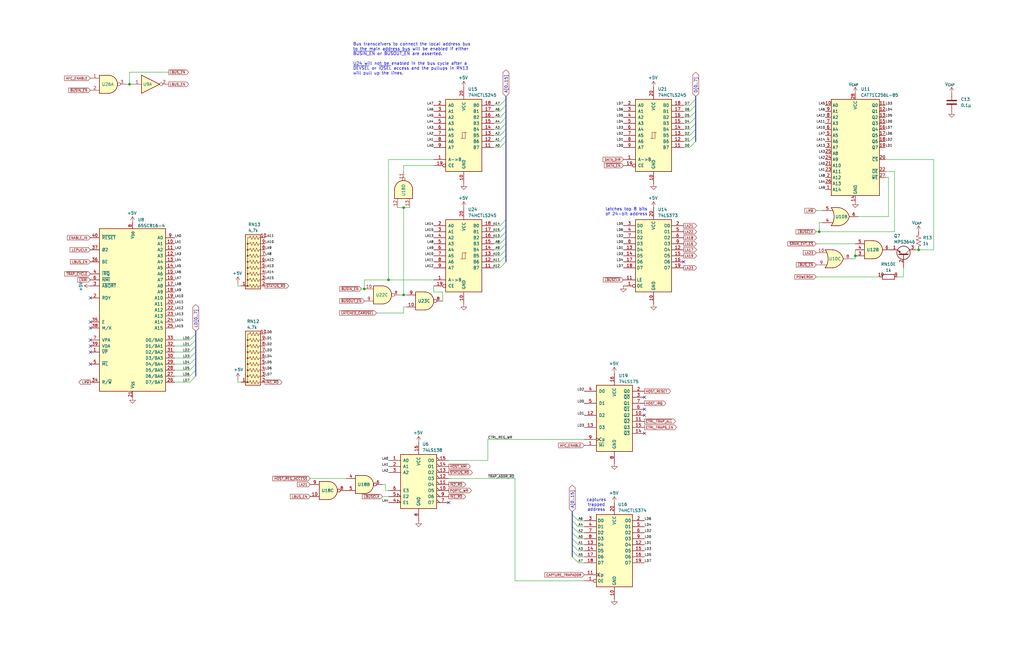
<source format=kicad_sch>
(kicad_sch (version 20231120) (generator "eeschema") (generator_version "8.0")
  (paper "USLedger")
  (title_block (title "Adaptive Peripherals G32 Adaptive Firmware Card") (date "2024-04-02") (rev "D") (comment 2 "captured by Mark Aikens") (comment 3 "by Adaptive Peripherals") (comment 4 "G32 Adaptive Firmware Card"))
  (junction (at 387.35 105.41))
  (junction (at 170.18 87.63))
  (junction (at 170.18 124.46))
  (junction (at 345.44 97.79))
  (junction (at 360.68 107.95))
  (junction (at 153.67 121.92))
  (junction (at 163.83 118.11))
  (junction (at 54.61 35.56))
  (no_connect (at 288.29 110.49))
  (no_connect (at 38.1 153.67))
  (no_connect (at 38.1 125.73))
  (no_connect (at 38.1 135.89))
  (no_connect (at 38.1 148.59))
  (no_connect (at 271.78 182.88))
  (no_connect (at 271.78 167.64))
  (no_connect (at 38.1 143.51))
  (no_connect (at 38.1 138.43))
  (no_connect (at 271.78 172.72))
  (no_connect (at 189.23 212.09))
  (no_connect (at 271.78 175.26))
  (no_connect (at 38.1 146.05))
  (bus_entry (at 82.55 140.97) (size -2.54 2.54))
  (bus_entry (at 293.37 41.91) (size -2.54 2.54))
  (bus_entry (at 293.37 54.61) (size -2.54 2.54))
  (bus_entry (at 293.37 46.99) (size -2.54 2.54))
  (bus_entry (at 213.36 59.69) (size -2.54 2.54))
  (bus_entry (at 241.3 224.79) (size 2.54 2.54))
  (bus_entry (at 213.36 107.95) (size -2.54 2.54))
  (bus_entry (at 213.36 41.91) (size -2.54 2.54))
  (bus_entry (at 82.55 143.51) (size -2.54 2.54))
  (bus_entry (at 241.3 227.33) (size 2.54 2.54))
  (bus_entry (at 213.36 95.25) (size -2.54 2.54))
  (bus_entry (at 241.3 234.95) (size 2.54 2.54))
  (bus_entry (at 82.55 146.05) (size -2.54 2.54))
  (bus_entry (at 82.55 153.67) (size -2.54 2.54))
  (bus_entry (at 213.36 92.71) (size -2.54 2.54))
  (bus_entry (at 293.37 44.45) (size -2.54 2.54))
  (bus_entry (at 293.37 59.69) (size -2.54 2.54))
  (bus_entry (at 213.36 46.99) (size -2.54 2.54))
  (bus_entry (at 82.55 148.59) (size -2.54 2.54))
  (bus_entry (at 241.3 217.17) (size 2.54 2.54))
  (bus_entry (at 241.3 222.25) (size 2.54 2.54))
  (bus_entry (at 213.36 102.87) (size -2.54 2.54))
  (bus_entry (at 213.36 54.61) (size -2.54 2.54))
  (bus_entry (at 293.37 52.07) (size -2.54 2.54))
  (bus_entry (at 241.3 232.41) (size 2.54 2.54))
  (bus_entry (at 241.3 229.87) (size 2.54 2.54))
  (bus_entry (at 82.55 158.75) (size -2.54 2.54))
  (bus_entry (at 213.36 52.07) (size -2.54 2.54))
  (bus_entry (at 213.36 100.33) (size -2.54 2.54))
  (bus_entry (at 213.36 57.15) (size -2.54 2.54))
  (bus_entry (at 213.36 97.79) (size -2.54 2.54))
  (bus_entry (at 213.36 44.45) (size -2.54 2.54))
  (bus_entry (at 293.37 49.53) (size -2.54 2.54))
  (bus_entry (at 293.37 57.15) (size -2.54 2.54))
  (bus_entry (at 82.55 156.21) (size -2.54 2.54))
  (bus_entry (at 82.55 151.13) (size -2.54 2.54))
  (bus_entry (at 213.36 110.49) (size -2.54 2.54))
  (bus_entry (at 213.36 105.41) (size -2.54 2.54))
  (bus_entry (at 241.3 219.71) (size 2.54 2.54))
  (bus_entry (at 213.36 49.53) (size -2.54 2.54))
  (bus (pts (xy 241.3 215.9) (xy 241.3 217.17)))
  (bus (pts (xy 82.55 153.67) (xy 82.55 156.21)))
  (wire (pts (xy 377.19 97.79) (xy 377.19 72.39)))
  (bus (pts (xy 293.37 49.53) (xy 293.37 52.07)))
  (bus (pts (xy 293.37 40.64) (xy 293.37 41.91)))
  (bus (pts (xy 213.36 40.64) (xy 213.36 41.91)))
  (wire (pts (xy 210.82 110.49) (xy 208.28 110.49)))
  (wire (pts (xy 288.29 57.15) (xy 290.83 57.15)))
  (bus (pts (xy 82.55 143.51) (xy 82.55 146.05)))
  (wire (pts (xy 381 113.03) (xy 381 116.84)))
  (wire (pts (xy 360.68 109.22) (xy 360.68 107.95)))
  (wire (pts (xy 100.33 161.29) (xy 101.6 161.29)))
  (wire (pts (xy 344.17 97.79) (xy 345.44 97.79)))
  (wire (pts (xy 217.17 245.11) (xy 246.38 245.11)))
  (bus (pts (xy 293.37 49.53) (xy 293.37 46.99)))
  (wire (pts (xy 210.82 107.95) (xy 208.28 107.95)))
  (wire (pts (xy 210.82 46.99) (xy 208.28 46.99)))
  (wire (pts (xy 243.84 227.33) (xy 246.38 227.33)))
  (wire (pts (xy 344.17 116.84) (xy 370.84 116.84)))
  (bus (pts (xy 82.55 140.97) (xy 82.55 143.51)))
  (bus (pts (xy 241.3 217.17) (xy 241.3 219.71)))
  (wire (pts (xy 210.82 97.79) (xy 208.28 97.79)))
  (bus (pts (xy 241.3 222.25) (xy 241.3 224.79)))
  (wire (pts (xy 162.56 204.47) (xy 162.56 207.01)))
  (wire (pts (xy 288.29 54.61) (xy 290.83 54.61)))
  (wire (pts (xy 158.75 132.08) (xy 170.18 132.08)))
  (bus (pts (xy 213.36 41.91) (xy 213.36 44.45)))
  (bus (pts (xy 213.36 95.25) (xy 213.36 97.79)))
  (wire (pts (xy 73.66 161.29) (xy 80.01 161.29)))
  (wire (pts (xy 217.17 201.93) (xy 217.17 245.11)))
  (wire (pts (xy 288.29 62.23) (xy 290.83 62.23)))
  (wire (pts (xy 387.35 105.41) (xy 386.08 105.41)))
  (bus (pts (xy 213.36 97.79) (xy 213.36 100.33)))
  (bus (pts (xy 213.36 49.53) (xy 213.36 52.07)))
  (wire (pts (xy 210.82 62.23) (xy 208.28 62.23)))
  (wire (pts (xy 182.88 67.31) (xy 163.83 67.31)))
  (wire (pts (xy 393.7 67.31) (xy 373.38 67.31)))
  (bus (pts (xy 293.37 57.15) (xy 293.37 59.69)))
  (wire (pts (xy 205.74 194.31) (xy 205.74 185.42)))
  (wire (pts (xy 161.29 204.47) (xy 162.56 204.47)))
  (wire (pts (xy 210.82 95.25) (xy 208.28 95.25)))
  (wire (pts (xy 360.68 109.22) (xy 359.41 109.22)))
  (bus (pts (xy 82.55 151.13) (xy 82.55 153.67)))
  (wire (pts (xy 170.18 129.54) (xy 171.45 129.54)))
  (wire (pts (xy 393.7 67.31) (xy 393.7 105.41)))
  (wire (pts (xy 71.12 30.48) (xy 54.61 30.48)))
  (bus (pts (xy 213.36 107.95) (xy 213.36 110.49)))
  (wire (pts (xy 373.38 74.93) (xy 374.65 74.93)))
  (wire (pts (xy 73.66 148.59) (xy 80.01 148.59)))
  (wire (pts (xy 345.44 93.98) (xy 346.71 93.98)))
  (wire (pts (xy 210.82 100.33) (xy 208.28 100.33)))
  (wire (pts (xy 55.88 35.56) (xy 54.61 35.56)))
  (wire (pts (xy 182.88 69.85) (xy 170.18 69.85)))
  (wire (pts (xy 189.23 201.93) (xy 217.17 201.93)))
  (wire (pts (xy 243.84 224.79) (xy 246.38 224.79)))
  (wire (pts (xy 54.61 35.56) (xy 53.34 35.56)))
  (bus (pts (xy 293.37 52.07) (xy 293.37 54.61)))
  (wire (pts (xy 163.83 67.31) (xy 163.83 118.11)))
  (wire (pts (xy 73.66 146.05) (xy 80.01 146.05)))
  (wire (pts (xy 210.82 102.87) (xy 208.28 102.87)))
  (wire (pts (xy 163.83 118.11) (xy 182.88 118.11)))
  (wire (pts (xy 170.18 87.63) (xy 170.18 124.46)))
  (wire (pts (xy 243.84 237.49) (xy 246.38 237.49)))
  (wire (pts (xy 210.82 59.69) (xy 208.28 59.69)))
  (wire (pts (xy 210.82 113.03) (xy 208.28 113.03)))
  (wire (pts (xy 345.44 97.79) (xy 377.19 97.79)))
  (wire (pts (xy 374.65 74.93) (xy 374.65 91.44)))
  (bus (pts (xy 213.36 57.15) (xy 213.36 59.69)))
  (wire (pts (xy 170.18 124.46) (xy 168.91 124.46)))
  (bus (pts (xy 213.36 52.07) (xy 213.36 54.61)))
  (bus (pts (xy 82.55 139.7) (xy 82.55 140.97)))
  (wire (pts (xy 171.45 124.46) (xy 170.18 124.46)))
  (wire (pts (xy 130.81 201.93) (xy 146.05 201.93)))
  (wire (pts (xy 182.88 123.19) (xy 182.88 120.65)))
  (wire (pts (xy 161.29 209.55) (xy 163.83 209.55)))
  (wire (pts (xy 100.33 120.65) (xy 100.33 119.38)))
  (wire (pts (xy 100.33 120.65) (xy 101.6 120.65)))
  (wire (pts (xy 172.72 87.63) (xy 170.18 87.63)))
  (bus (pts (xy 82.55 146.05) (xy 82.55 148.59)))
  (bus (pts (xy 241.3 219.71) (xy 241.3 222.25)))
  (wire (pts (xy 387.35 105.41) (xy 393.7 105.41)))
  (wire (pts (xy 288.29 44.45) (xy 290.83 44.45)))
  (wire (pts (xy 210.82 49.53) (xy 208.28 49.53)))
  (bus (pts (xy 241.3 229.87) (xy 241.3 232.41)))
  (bus (pts (xy 213.36 92.71) (xy 213.36 95.25)))
  (wire (pts (xy 210.82 44.45) (xy 208.28 44.45)))
  (wire (pts (xy 170.18 69.85) (xy 170.18 72.39)))
  (wire (pts (xy 73.66 151.13) (xy 80.01 151.13)))
  (bus (pts (xy 293.37 54.61) (xy 293.37 57.15)))
  (wire (pts (xy 378.46 116.84) (xy 381 116.84)))
  (wire (pts (xy 243.84 229.87) (xy 246.38 229.87)))
  (wire (pts (xy 170.18 87.63) (xy 167.64 87.63)))
  (bus (pts (xy 213.36 46.99) (xy 213.36 49.53)))
  (wire (pts (xy 360.68 107.95) (xy 360.68 105.41)))
  (wire (pts (xy 170.18 132.08) (xy 170.18 129.54)))
  (wire (pts (xy 288.29 59.69) (xy 290.83 59.69)))
  (bus (pts (xy 241.3 224.79) (xy 241.3 227.33)))
  (bus (pts (xy 213.36 105.41) (xy 213.36 107.95)))
  (wire (pts (xy 345.44 93.98) (xy 345.44 97.79)))
  (wire (pts (xy 186.69 123.19) (xy 182.88 123.19)))
  (bus (pts (xy 241.3 227.33) (xy 241.3 229.87)))
  (wire (pts (xy 189.23 194.31) (xy 205.74 194.31)))
  (wire (pts (xy 153.67 121.92) (xy 153.67 118.11)))
  (bus (pts (xy 293.37 44.45) (xy 293.37 46.99)))
  (wire (pts (xy 288.29 46.99) (xy 290.83 46.99)))
  (bus (pts (xy 213.36 100.33) (xy 213.36 102.87)))
  (wire (pts (xy 73.66 156.21) (xy 80.01 156.21)))
  (wire (pts (xy 243.84 222.25) (xy 246.38 222.25)))
  (wire (pts (xy 163.83 118.11) (xy 153.67 118.11)))
  (wire (pts (xy 288.29 49.53) (xy 290.83 49.53)))
  (wire (pts (xy 361.95 91.44) (xy 374.65 91.44)))
  (bus (pts (xy 293.37 41.91) (xy 293.37 44.45)))
  (wire (pts (xy 73.66 153.67) (xy 80.01 153.67)))
  (wire (pts (xy 243.84 219.71) (xy 246.38 219.71)))
  (bus (pts (xy 82.55 156.21) (xy 82.55 158.75)))
  (bus (pts (xy 241.3 232.41) (xy 241.3 234.95)))
  (wire (pts (xy 346.71 88.9) (xy 344.17 88.9)))
  (wire (pts (xy 100.33 160.02) (xy 100.33 161.29)))
  (bus (pts (xy 82.55 148.59) (xy 82.55 151.13)))
  (wire (pts (xy 377.19 72.39) (xy 373.38 72.39)))
  (wire (pts (xy 54.61 30.48) (xy 54.61 35.56)))
  (wire (pts (xy 243.84 234.95) (xy 246.38 234.95)))
  (bus (pts (xy 213.36 44.45) (xy 213.36 46.99)))
  (wire (pts (xy 73.66 143.51) (xy 80.01 143.51)))
  (bus (pts (xy 213.36 102.87) (xy 213.36 105.41)))
  (wire (pts (xy 288.29 52.07) (xy 290.83 52.07)))
  (wire (pts (xy 205.74 185.42) (xy 246.38 185.42)))
  (bus (pts (xy 213.36 54.61) (xy 213.36 57.15)))
  (wire (pts (xy 152.4 121.92) (xy 153.67 121.92)))
  (wire (pts (xy 210.82 52.07) (xy 208.28 52.07)))
  (wire (pts (xy 243.84 232.41) (xy 246.38 232.41)))
  (wire (pts (xy 344.17 102.87) (xy 360.68 102.87)))
  (wire (pts (xy 210.82 105.41) (xy 208.28 105.41)))
  (bus (pts (xy 213.36 59.69) (xy 213.36 92.71)))
  (wire (pts (xy 73.66 158.75) (xy 80.01 158.75)))
  (wire (pts (xy 186.69 127) (xy 186.69 123.19)))
  (wire (pts (xy 210.82 54.61) (xy 208.28 54.61)))
  (wire (pts (xy 210.82 57.15) (xy 208.28 57.15)))
  (wire (pts (xy 162.56 207.01) (xy 163.83 207.01)))
  (text "latches top 8 bits\nof 24-bit address" (at 264.16 89.408 0) (effects (font (size 1.27 1.27))))
  (text "captures\ntrapped\naddress" (at 251.46 213.106 0) (effects (font (size 1.27 1.27))))
  (text "Bus transceivers to connect the local address bus\nto the main address bus will be enabled if either\n~{BUSIN_EN} or ~{BUSOUT_EN} are asserted.\n\nU24 will not be enabled in the bus cycle after a\n~{DEVSEL} or ~{IOSEL} access and the pullups in RN13\nwill pull up the lines." (at 148.844 24.892 0) (effects (font (size 1.27 1.27)) (justify left)))
  (label "LA13" (at 111.76 113.03 0) (effects (font (size 1 1))))
  (label "LA1" (at 347.98 72.39 180) (effects (font (size 1 1))))
  (label "LA12" (at 182.88 113.03 180) (effects (font (size 1 1))))
  (label "A0" (at 210.82 62.23 180) (effects (font (size 1 1))))
  (label "A4" (at 210.82 52.07 180) (effects (font (size 1 1))))
  (label "A6" (at 243.84 219.71 0) (effects (font (size 1 1))))
  (label "LA1" (at 182.88 59.69 180) (effects (font (size 1 1))))
  (label "LA12" (at 111.76 110.49 0) (effects (font (size 1 1))))
  (label "LA2" (at 163.83 199.39 180) (effects (font (size 1 1))))
  (label "LA5" (at 182.88 49.53 180) (effects (font (size 1 1))))
  (label "LD1" (at 271.78 229.87 0) (effects (font (size 1 1))))
  (label "LD6" (at 271.78 219.71 0) (effects (font (size 1 1))))
  (label "A13" (at 210.82 100.33 180) (effects (font (size 1 1))))
  (label "LA1" (at 73.66 102.87 0) (effects (font (size 1 1))))
  (label "LA15" (at 111.76 118.11 0) (effects (font (size 1 1))))
  (label "A8" (at 210.82 102.87 180) (effects (font (size 1 1))))
  (label "D7" (at 290.83 44.45 180) (effects (font (size 1 1))))
  (label "LD5" (at 111.76 153.67 0) (effects (font (size 1 1))))
  (label "LD3" (at 262.89 107.95 180) (effects (font (size 1 1))))
  (label "LD3" (at 262.89 54.61 180) (effects (font (size 1 1))))
  (label "LD4" (at 271.78 222.25 0) (effects (font (size 1 1))))
  (label "LA9" (at 73.66 123.19 0) (effects (font (size 1 1))))
  (label "D4" (at 290.83 52.07 180) (effects (font (size 1 1))))
  (label "LD4" (at 80.01 153.67 180) (effects (font (size 1 1))))
  (label "LD6" (at 262.89 97.79 180) (effects (font (size 1 1))))
  (label "A0" (at 243.84 227.33 0) (effects (font (size 1 1))))
  (label "LD4" (at 373.38 46.99 0) (effects (font (size 1 1))))
  (label "LA10" (at 182.88 107.95 180) (effects (font (size 1 1))))
  (label "LD2" (at 262.89 57.15 180) (effects (font (size 1 1))))
  (label "A15" (at 210.82 97.79 180) (effects (font (size 1 1))))
  (label "LA4" (at 73.66 110.49 0) (effects (font (size 1 1))))
  (label "LD7" (at 262.89 44.45 180) (effects (font (size 1 1))))
  (label "LA15" (at 182.88 97.79 180) (effects (font (size 1 1))))
  (label "LD6" (at 262.89 46.99 180) (effects (font (size 1 1))))
  (label "LA8" (at 111.76 107.95 0) (effects (font (size 1 1))))
  (label "A3" (at 210.82 54.61 180) (effects (font (size 1 1))))
  (label "LD3" (at 246.38 180.34 180) (effects (font (size 1 1))))
  (label "LA4" (at 347.98 77.47 180) (effects (font (size 1 1))))
  (label "LD0" (at 373.38 52.07 0) (effects (font (size 1 1))))
  (label "LA2" (at 73.66 105.41 0) (effects (font (size 1 1))))
  (label "D0" (at 290.83 62.23 180) (effects (font (size 1 1))))
  (label "D2" (at 290.83 57.15 180) (effects (font (size 1 1))))
  (label "LA4" (at 163.83 212.09 180) (effects (font (size 1 1))))
  (label "LD3" (at 271.78 232.41 0) (effects (font (size 1 1))))
  (label "LA11" (at 111.76 100.33 0) (effects (font (size 1 1))))
  (label "LD5" (at 271.78 234.95 0) (effects (font (size 1 1))))
  (label "LD3" (at 373.38 44.45 0) (effects (font (size 1 1))))
  (label "LD2" (at 111.76 146.05 0) (effects (font (size 1 1))))
  (label "LA8" (at 73.66 120.65 0) (effects (font (size 1 1))))
  (label "LA8" (at 182.88 102.87 180) (effects (font (size 1 1))))
  (label "LA13" (at 182.88 100.33 180) (effects (font (size 1 1))))
  (label "LD0" (at 262.89 62.23 180) (effects (font (size 1 1))))
  (label "LD4" (at 262.89 52.07 180) (effects (font (size 1 1))))
  (label "D6" (at 290.83 46.99 180) (effects (font (size 1 1))))
  (label "LD2" (at 80.01 148.59 180) (effects (font (size 1 1))))
  (label "LA10" (at 111.76 102.87 0) (effects (font (size 1 1))))
  (label "A14" (at 210.82 95.25 180) (effects (font (size 1 1))))
  (label "LD1" (at 80.01 146.05 180) (effects (font (size 1 1))))
  (label "A6" (at 210.82 46.99 180) (effects (font (size 1 1))))
  (label "LA5" (at 347.98 44.45 180) (effects (font (size 1 1))))
  (label "LD0" (at 271.78 227.33 0) (effects (font (size 1 1))))
  (label "LD7" (at 373.38 54.61 0) (effects (font (size 1 1))))
  (label "LA2" (at 347.98 67.31 180) (effects (font (size 1 1))))
  (label "LA15" (at 73.66 138.43 0) (effects (font (size 1 1))))
  (label "D1" (at 290.83 59.69 180) (effects (font (size 1 1))))
  (label "LA14" (at 347.98 59.69 180) (effects (font (size 1 1))))
  (label "LA0" (at 182.88 62.23 180) (effects (font (size 1 1))))
  (label "LA2" (at 182.88 57.15 180) (effects (font (size 1 1))))
  (label "LA14" (at 182.88 95.25 180) (effects (font (size 1 1))))
  (label "LA9" (at 182.88 105.41 180) (effects (font (size 1 1))))
  (label "A1" (at 210.82 59.69 180) (effects (font (size 1 1))))
  (label "LD2" (at 271.78 224.79 0) (effects (font (size 1 1))))
  (label "LA14" (at 73.66 135.89 0) (effects (font (size 1 1))))
  (label "LA11" (at 182.88 110.49 180) (effects (font (size 1 1))))
  (label "LA13" (at 73.66 133.35 0) (effects (font (size 1 1))))
  (label "LD3" (at 111.76 148.59 0) (effects (font (size 1 1))))
  (label "A3" (at 243.84 232.41 0) (effects (font (size 1 1))))
  (label "D5" (at 290.83 49.53 180) (effects (font (size 1 1))))
  (label "LD6" (at 80.01 158.75 180) (effects (font (size 1 1))))
  (label "LD4" (at 111.76 151.13 0) (effects (font (size 1 1))))
  (label "LA0" (at 163.83 194.31 180) (effects (font (size 1 1))))
  (label "LD1" (at 246.38 175.26 180) (effects (font (size 1 1))))
  (label "A7" (at 210.82 44.45 180) (effects (font (size 1 1))))
  (label "A1" (at 243.84 229.87 0) (effects (font (size 1 1))))
  (label "LA9" (at 111.76 105.41 0) (effects (font (size 1 1))))
  (label "LD2" (at 373.38 59.69 0) (effects (font (size 1 1))))
  (label "A5" (at 243.84 234.95 0) (effects (font (size 1 1))))
  (label "LD4" (at 262.89 110.49 180) (effects (font (size 1 1))))
  (label "LA6" (at 182.88 46.99 180) (effects (font (size 1 1))))
  (label "A11" (at 210.82 110.49 180) (effects (font (size 1 1))))
  (label "LD0" (at 246.38 170.18 180) (effects (font (size 1 1))))
  (label "LA0" (at 347.98 69.85 180) (effects (font (size 1 1))))
  (label "LD0" (at 80.01 143.51 180) (effects (font (size 1 1))))
  (label "LA10" (at 347.98 54.61 180) (effects (font (size 1 1))))
  (label "LA1" (at 163.83 196.85 180) (effects (font (size 1 1))))
  (label "LA10" (at 73.66 125.73 0) (effects (font (size 1 1))))
  (label "D3" (at 290.83 54.61 180) (effects (font (size 1 1))))
  (label "A7" (at 243.84 237.49 0) (effects (font (size 1 1))))
  (label "LA11" (at 347.98 52.07 180) (effects (font (size 1 1))))
  (label "LA11" (at 73.66 128.27 0) (effects (font (size 1 1))))
  (label "LD5" (at 262.89 49.53 180) (effects (font (size 1 1))))
  (label "LD2" (at 246.38 165.1 180) (effects (font (size 1 1))))
  (label "LD7" (at 262.89 113.03 180) (effects (font (size 1 1))))
  (label "LD1" (at 262.89 105.41 180) (effects (font (size 1 1))))
  (label "LD6" (at 373.38 57.15 0) (effects (font (size 1 1))))
  (label "LD1" (at 373.38 62.23 0) (effects (font (size 1 1))))
  (label "LD0" (at 111.76 140.97 0) (effects (font (size 1 1))))
  (label "LD5" (at 373.38 49.53 0) (effects (font (size 1 1))))
  (label "LA0" (at 73.66 100.33 0) (effects (font (size 1 1))))
  (label "LD5" (at 262.89 95.25 180) (effects (font (size 1 1))))
  (label "LD3" (at 80.01 151.13 180) (effects (font (size 1 1))))
  (label "LA3" (at 182.88 54.61 180) (effects (font (size 1 1))))
  (label "LA3" (at 347.98 64.77 180) (effects (font (size 1 1))))
  (label "LA8" (at 347.98 74.93 180) (effects (font (size 1 1))))
  (label "A9" (at 210.82 105.41 180) (effects (font (size 1 1))))
  (label "LD6" (at 111.76 156.21 0) (effects (font (size 1 1))))
  (label "LA12" (at 347.98 49.53 180) (effects (font (size 1 1))))
  (label "LD1" (at 111.76 143.51 0) (effects (font (size 1 1))))
  (label "CTRL_REG_WR" (at 205.74 185.42 0) (effects (font (size 1 1))))
  (label "A12" (at 210.82 113.03 180) (effects (font (size 1 1))))
  (label "A2" (at 210.82 57.15 180) (effects (font (size 1 1))))
  (label "A4" (at 243.84 222.25 0) (effects (font (size 1 1))))
  (label "A5" (at 210.82 49.53 180) (effects (font (size 1 1))))
  (label "LD2" (at 262.89 100.33 180) (effects (font (size 1 1))))
  (label "~{TRAP_ADDR_RD}" (at 205.74 201.93 0) (effects (font (size 1 1))))
  (label "LD7" (at 80.01 161.29 180) (effects (font (size 1 1))))
  (label "LD5" (at 80.01 156.21 180) (effects (font (size 1 1))))
  (label "LA5" (at 73.66 113.03 0) (effects (font (size 1 1))))
  (label "LD1" (at 262.89 59.69 180) (effects (font (size 1 1))))
  (label "LA9" (at 347.98 80.01 180) (effects (font (size 1 1))))
  (label "LD7" (at 271.78 237.49 0) (effects (font (size 1 1))))
  (label "LA7" (at 73.66 118.11 0) (effects (font (size 1 1))))
  (label "A10" (at 210.82 107.95 180) (effects (font (size 1 1))))
  (label "LA6" (at 73.66 115.57 0) (effects (font (size 1 1))))
  (label "LA3" (at 73.66 107.95 0) (effects (font (size 1 1))))
  (label "A2" (at 243.84 224.79 0) (effects (font (size 1 1))))
  (label "LA7" (at 182.88 44.45 180) (effects (font (size 1 1))))
  (label "LA4" (at 182.88 52.07 180) (effects (font (size 1 1))))
  (label "LA13" (at 347.98 62.23 180) (effects (font (size 1 1))))
  (label "LA6" (at 347.98 46.99 180) (effects (font (size 1 1))))
  (label "LD7" (at 111.76 158.75 0) (effects (font (size 1 1))))
  (label "LD0" (at 262.89 102.87 180) (effects (font (size 1 1))))
  (label "LA12" (at 73.66 130.81 0) (effects (font (size 1 1))))
  (label "LA7" (at 347.98 57.15 180) (effects (font (size 1 1))))
  (label "LA14" (at 111.76 115.57 0) (effects (font (size 1 1))))
  (global_label "PORTC_WR" (shape output) (at 189.23 207.01 0) (effects (font (size 1 1))) (property "Intersheetrefs" "${INTERSHEET_REFS}" (effects (hide yes))))
  (global_label "~{TRAP_CYCLE}" (shape input) (at 38.1 115.57 180) (effects (font (size 1 1))) (property "Intersheetrefs" "${INTERSHEET_REFS}" (effects (hide yes))))
  (global_label "LBUS_EN" (shape input) (at 130.81 209.55 180) (effects (font (size 1 1))) (property "Intersheetrefs" "${INTERSHEET_REFS}" (effects (hide yes))))
  (global_label "POWEROK" (shape input) (at 344.17 116.84 180) (effects (font (size 1 1))) (property "Intersheetrefs" "${INTERSHEET_REFS}" (effects (hide yes))))
  (global_label "LR~{W}" (shape input) (at 344.17 88.9 180) (effects (font (size 1 1))) (property "Intersheetrefs" "${INTERSHEET_REFS}" (effects (hide yes))))
  (global_label "~{DATA_EN}" (shape input) (at 262.89 69.85 180) (effects (font (size 1 1))) (property "Intersheetrefs" "${INTERSHEET_REFS}" (effects (hide yes))))
  (global_label "~{HOST_REG_ACCESS}" (shape input) (at 130.81 201.93 180) (effects (font (size 1 1))) (property "Intersheetrefs" "${INTERSHEET_REFS}" (effects (hide yes))))
  (global_label "LA21" (shape input) (at 130.81 204.47 180) (effects (font (size 1 1))) (property "Intersheetrefs" "${INTERSHEET_REFS}" (effects (hide yes))))
  (global_label "A[0..15]" (shape bidirectional) (at 241.3 215.9 90) (property "Intersheetrefs" "${INTERSHEET_REFS}" (effects (hide yes))))
  (global_label "~{BUSOUT_EN}" (shape input) (at 153.67 127 180) (effects (font (size 1 1))) (property "Intersheetrefs" "${INTERSHEET_REFS}" (effects (hide yes))))
  (global_label "AFC_ENABLE" (shape input) (at 38.1 33.02 180) (effects (font (size 1 1))) (property "Intersheetrefs" "${INTERSHEET_REFS}" (effects (hide yes))))
  (global_label "~{LNMI}" (shape input) (at 38.1 118.11 180) (effects (font (size 1 1))) (property "Intersheetrefs" "${INTERSHEET_REFS}" (effects (hide yes))))
  (global_label "DATA_DIR" (shape input) (at 262.89 67.31 180) (effects (font (size 1 1))) (property "Intersheetrefs" "${INTERSHEET_REFS}" (effects (hide yes))))
  (global_label "~{LBUSCLK}" (shape input) (at 161.29 209.55 180) (effects (font (size 1 1))) (property "Intersheetrefs" "${INTERSHEET_REFS}" (effects (hide yes))))
  (global_label "HOST_IRQ" (shape output) (at 271.78 170.18 0) (effects (font (size 1 1))) (property "Intersheetrefs" "${INTERSHEET_REFS}" (effects (hide yes))))
  (global_label "D[0..7]" (shape tri_state) (at 293.37 40.64 90) (property "Intersheetrefs" "${INTERSHEET_REFS}" (effects (hide yes))))
  (global_label "~{BUSIN_EN}" (shape input) (at 152.4 121.92 180) (effects (font (size 1 1))) (property "Intersheetrefs" "${INTERSHEET_REFS}" (effects (hide yes))))
  (global_label "LBUS_EN" (shape output) (at 71.12 35.56 0) (effects (font (size 1 1))) (property "Intersheetrefs" "${INTERSHEET_REFS}" (effects (hide yes))))
  (global_label "LA21" (shape output) (at 288.29 95.25 0) (effects (font (size 1 1))) (property "Intersheetrefs" "${INTERSHEET_REFS}" (effects (hide yes))))
  (global_label "LCPUCLK" (shape input) (at 38.1 105.41 180) (effects (font (size 1 1))) (property "Intersheetrefs" "${INTERSHEET_REFS}" (effects (hide yes))))
  (global_label "~{IN2_RD}" (shape output) (at 189.23 204.47 0) (effects (font (size 1 1))) (property "Intersheetrefs" "${INTERSHEET_REFS}" (effects (hide yes))))
  (global_label "~{LBUS_EN}" (shape output) (at 71.12 30.48 0) (effects (font (size 1 1))) (property "Intersheetrefs" "${INTERSHEET_REFS}" (effects (hide yes))))
  (global_label "~{SRAM_EXT_CS}" (shape input) (at 344.17 102.87 180) (effects (font (size 1 1))) (property "Intersheetrefs" "${INTERSHEET_REFS}" (effects (hide yes))))
  (global_label "~{CTRL_TRAP_ALL}" (shape output) (at 271.78 177.8 0) (effects (font (size 1 1))) (property "Intersheetrefs" "${INTERSHEET_REFS}" (effects (hide yes))))
  (global_label "~{IN1_RD}" (shape output) (at 189.23 209.55 0) (effects (font (size 1 1))) (property "Intersheetrefs" "${INTERSHEET_REFS}" (effects (hide yes))))
  (global_label "LA23" (shape input) (at 344.17 106.68 180) (effects (font (size 1 1))) (property "Intersheetrefs" "${INTERSHEET_REFS}" (effects (hide yes))))
  (global_label "LD[0..7]" (shape tri_state) (at 82.55 139.7 90) (property "Intersheetrefs" "${INTERSHEET_REFS}" (effects (hide yes))))
  (global_label "A[0..15]" (shape bidirectional) (at 213.36 40.64 90) (property "Intersheetrefs" "${INTERSHEET_REFS}" (effects (hide yes))))
  (global_label "LA17" (shape output) (at 288.29 105.41 0) (effects (font (size 1 1))) (property "Intersheetrefs" "${INTERSHEET_REFS}" (effects (hide yes))))
  (global_label "LA22" (shape output) (at 288.29 97.79 0) (effects (font (size 1 1))) (property "Intersheetrefs" "${INTERSHEET_REFS}" (effects (hide yes))))
  (global_label "LA19" (shape output) (at 288.29 107.95 0) (effects (font (size 1 1))) (property "Intersheetrefs" "${INTERSHEET_REFS}" (effects (hide yes))))
  (global_label "CTRL_TRAPS_EN" (shape output) (at 271.78 180.34 0) (effects (font (size 1 1))) (property "Intersheetrefs" "${INTERSHEET_REFS}" (effects (hide yes))))
  (global_label "AFC_ENABLE" (shape input) (at 246.38 187.96 180) (effects (font (size 1 1))) (property "Intersheetrefs" "${INTERSHEET_REFS}" (effects (hide yes))))
  (global_label "LA23" (shape output) (at 288.29 113.03 0) (effects (font (size 1 1))) (property "Intersheetrefs" "${INTERSHEET_REFS}" (effects (hide yes))))
  (global_label "~{IN1_RD}" (shape output) (at 111.76 161.29 0) (effects (font (size 1 1))) (property "Intersheetrefs" "${INTERSHEET_REFS}" (effects (hide yes))))
  (global_label "ENABLE_IN" (shape input) (at 38.1 100.33 180) (effects (font (size 1 1))) (property "Intersheetrefs" "${INTERSHEET_REFS}" (effects (hide yes))))
  (global_label "~{LATCHED_CARDSEL}" (shape input) (at 158.75 132.08 180) (effects (font (size 1 1))) (property "Intersheetrefs" "${INTERSHEET_REFS}" (effects (hide yes))))
  (global_label "LR~{W}" (shape output) (at 38.1 161.29 180) (effects (font (size 1 1))) (property "Intersheetrefs" "${INTERSHEET_REFS}" (effects (hide yes))))
  (global_label "~{LBUSCLK}" (shape input) (at 344.17 97.79 180) (effects (font (size 1 1))) (property "Intersheetrefs" "${INTERSHEET_REFS}" (effects (hide yes))))
  (global_label "~{STATUS_RD}" (shape output) (at 111.76 120.65 0) (effects (font (size 1 1))) (property "Intersheetrefs" "${INTERSHEET_REFS}" (effects (hide yes))))
  (global_label "CAPTURE_TRAPADDR" (shape input) (at 246.38 242.57 180) (effects (font (size 1 1))) (property "Intersheetrefs" "${INTERSHEET_REFS}" (effects (hide yes))))
  (global_label "LA18" (shape output) (at 288.29 100.33 0) (effects (font (size 1 1))) (property "Intersheetrefs" "${INTERSHEET_REFS}" (effects (hide yes))))
  (global_label "~{HOST_NMI}" (shape output) (at 189.23 196.85 0) (effects (font (size 1 1))) (property "Intersheetrefs" "${INTERSHEET_REFS}" (effects (hide yes))))
  (global_label "~{BUSIN_EN}" (shape input) (at 38.1 38.1 180) (effects (font (size 1 1))) (property "Intersheetrefs" "${INTERSHEET_REFS}" (effects (hide yes))))
  (global_label "~{STATUS_RD}" (shape output) (at 189.23 199.39 0) (effects (font (size 1 1))) (property "Intersheetrefs" "${INTERSHEET_REFS}" (effects (hide yes))))
  (global_label "~{LBUSCLK}" (shape input) (at 262.89 118.11 180) (effects (font (size 1 1))) (property "Intersheetrefs" "${INTERSHEET_REFS}" (effects (hide yes))))
  (global_label "HOST_RESET" (shape output) (at 271.78 165.1 0) (effects (font (size 1 1))) (property "Intersheetrefs" "${INTERSHEET_REFS}" (effects (hide yes))))
  (global_label "LA16" (shape output) (at 288.29 102.87 0) (effects (font (size 1 1))) (property "Intersheetrefs" "${INTERSHEET_REFS}" (effects (hide yes))))
  (global_label "~{LBUS_EN}" (shape input) (at 344.17 111.76 180) (effects (font (size 1 1))) (property "Intersheetrefs" "${INTERSHEET_REFS}" (effects (hide yes))))
  (global_label "LBUS_EN" (shape input) (at 38.1 110.49 180) (effects (font (size 1 1))) (property "Intersheetrefs" "${INTERSHEET_REFS}" (effects (hide yes))))
  (symbol (lib_id "power:+5V") (at 195.58 36.83 0) (unit 1)
    (property "Reference" "#PWR058" (effects (hide yes)))
    (property "Value" "+5V" (at 195.326 32.766 0))
    (property "Description" "Power symbol creates a global label with name \"+5V\"" (effects (hide yes)))
  )
  (symbol (lib_id "power:+5V") (at 275.59 36.83 0) (unit 1)
    (property "Reference" "#PWR064" (effects (hide yes)))
    (property "Value" "+5V" (at 275.336 32.766 0))
    (property "Description" "Power symbol creates a global label with name \"+5V\"" (effects (hide yes)))
  )
  (symbol (lib_id "power:GND") (at 259.08 195.58 0) (unit 1)
    (property "Reference" "#PWR069" (effects (hide yes)))
    (property "Value" "GND" (effects (hide yes)))
    (property "Description" "Power symbol creates a global label with name \"GND\" , ground" (effects (hide yes)))
  )
  (symbol (lib_id "74xx:74LS00") (at 179.07 127 0) (unit 3)
    (property "Reference" "U23" (at 178.816 127 0))
    (property "Value" "74HCTLS00" (effects (hide yes)))
    (property "Description" "quad 2-input NAND gate" (effects (hide yes)))
  )
  (symbol (lib_id "power:GND") (at 360.68 85.09 0) (unit 1)
    (property "Reference" "#PWR074" (effects (hide yes)))
    (property "Value" "GND" (effects (hide yes)))
    (property "Description" "Power symbol creates a global label with name \"GND\" , ground" (effects (hide yes)))
  )
  (symbol (lib_id "74xx:74LS00") (at 170.18 80.01 90) (unit 4)
    (property "Reference" "U18" (at 170.18 80.264 0))
    (property "Value" "74HCTLS00" (effects (hide yes)))
    (property "Description" "quad 2-input NAND gate" (effects (hide yes)))
  )
  (symbol (lib_id "Device:Q_NPN_EBC") (at 381 107.95 270) (mirror x) (unit 1)
    (property "Reference" "Q7" (at 376.936 99.568 90) (effects (justify left)))
    (property "Value" "MPS3646" (at 376.936 102.108 90) (effects (justify left)))
    (property "Datasheet" "https://www.onsemi.com/pdf/datasheet/mps3646-d.pdf" (effects (hide yes)))
    (property "Description" "NPN transistor, emitter/base/collector" (effects (hide yes)))
  )
  (symbol (lib_id "74xx:74LS00") (at 138.43 207.01 0) (unit 3)
    (property "Reference" "U18" (at 138.176 207.01 0))
    (property "Value" "74HCTLS00" (effects (hide yes)))
    (property "Description" "quad 2-input NAND gate" (effects (hide yes)))
  )
  (symbol (lib_id "power:+5V") (at 100.33 119.38 0) (unit 1)
    (property "Reference" "#PWR056" (effects (hide yes)))
    (property "Value" "+5V" (at 100.076 115.316 0))
    (property "Description" "Power symbol creates a global label with name \"+5V\"" (effects (hide yes)))
  )
  (symbol (lib_id "74xx:74LS11") (at 368.3 105.41 0) (mirror x) (unit 2)
    (property "Reference" "U12" (at 368.046 105.41 0))
    (property "Value" "74LS11" (effects (hide yes)))
    (property "Datasheet" "http://www.ti.com/lit/gpn/sn74LS11" (effects (hide yes)))
    (property "Description" "Triple 3-input AND" (effects (hide yes)))
  )
  (symbol (lib_id "74xx:74LS373") (at 275.59 107.95 0) (unit 1)
    (property "Reference" "U14" (at 277.368 88.392 0) (effects (justify left)))
    (property "Value" "74LS373" (at 277.368 90.932 0) (effects (justify left)))
    (property "Datasheet" "http://www.ti.com/lit/gpn/sn74LS373" (effects (hide yes)))
    (property "Description" "8-bit Latch, 3-state outputs" (effects (hide yes)))
  )
  (symbol (lib_id "power:GND") (at 262.89 120.65 0) (unit 1)
    (property "Reference" "#PWR063" (effects (hide yes)))
    (property "Value" "GND" (effects (hide yes)))
    (property "Description" "Power symbol creates a global label with name \"GND\" , ground" (effects (hide yes)))
  )
  (symbol (lib_id "74xx:74LS245") (at 195.58 107.95 0) (unit 1)
    (property "Reference" "U24" (at 197.358 88.392 0) (effects (justify left)))
    (property "Value" "74HCTLS245" (at 197.358 90.932 0) (effects (justify left)))
    (property "Description" "Octal BUS Transceivers, 3-State outputs" (effects (hide yes)))
  )
  (symbol (lib_id "power:GND") (at 195.58 77.47 0) (unit 1)
    (property "Reference" "#PWR060" (effects (hide yes)))
    (property "Value" "GND" (effects (hide yes)))
    (property "Description" "Power symbol creates a global label with name \"GND\" , ground" (effects (hide yes)))
  )
  (symbol (lib_id "power:+5V") (at 259.08 157.48 0) (unit 1)
    (property "Reference" "#PWR068" (effects (hide yes)))
    (property "Value" "+5V" (at 258.826 153.416 0))
    (property "Description" "Power symbol creates a global label with name \"+5V\"" (effects (hide yes)))
  )
  (symbol (lib_id "74xx:74LS245") (at 195.58 57.15 0) (unit 1)
    (property "Reference" "U15" (at 197.358 37.592 0) (effects (justify left)))
    (property "Value" "74HCTLS245" (at 197.358 40.132 0) (effects (justify left)))
    (property "Description" "Octal BUS Transceivers, 3-State outputs" (effects (hide yes)))
  )
  (symbol (lib_id "Device:R_Network09_US") (at 106.68 151.13 90) (unit 1)
    (property "Reference" "RN12" (at 104.14 135.636 90) (effects (justify right)))
    (property "Value" "4.7k" (at 104.14 138.176 90) (effects (justify right)))
    (property "Footprint" "Resistor_THT:R_Array_SIP10" (effects (hide yes)))
    (property "Datasheet" "http://www.vishay.com/docs/31509/csc.pdf" (effects (hide yes)))
    (property "Description" "9 resistor network, star topology, bussed resistors, small US symbol" (effects (hide yes)))
  )
  (symbol (lib_id "power:+BATT") (at 360.68 39.37 0) (unit 1)
    (property "Reference" "#PWR073" (effects (hide yes)))
    (property "Value" "V_{CAP}" (at 359.918 35.56 0))
    (property "Description" "Power symbol creates a global label with name \"+BATT\"" (effects (hide yes)))
  )
  (symbol (lib_id "power:+BATT") (at 387.35 97.79 0) (unit 1)
    (property "Reference" "#PWR075" (effects (hide yes)))
    (property "Value" "V_{CAP}" (at 386.588 93.98 0))
    (property "Description" "Power symbol creates a global label with name \"+BATT\"" (effects (hide yes)))
  )
  (symbol (lib_id "74xx:74LS32") (at 354.33 91.44 0) (mirror x) (unit 2)
    (property "Reference" "U10" (at 354.838 91.44 0))
    (property "Value" "74LS32" (effects (hide yes)))
    (property "Datasheet" "http://www.ti.com/lit/gpn/sn74LS32" (effects (hide yes)))
    (property "Description" "Quad 2-input OR" (effects (hide yes)))
  )
  (symbol (lib_id "power:+5V") (at 195.58 87.63 0) (unit 1)
    (property "Reference" "#PWR061" (effects (hide yes)))
    (property "Value" "+5V" (at 195.326 83.566 0))
    (property "Description" "Power symbol creates a global label with name \"+5V\"" (effects (hide yes)))
  )
  (symbol (lib_id "power:+BATT") (at 401.32 39.37 0) (unit 1)
    (property "Reference" "#PWR013" (effects (hide yes)))
    (property "Value" "V_{CAP}" (at 400.558 35.56 0))
    (property "Description" "Power symbol creates a global label with name \"+BATT\"" (effects (hide yes)))
  )
  (symbol (lib_id "power:GND") (at 259.08 252.73 0) (unit 1)
    (property "Reference" "#PWR072" (effects (hide yes)))
    (property "Value" "GND" (effects (hide yes)))
    (property "Description" "Power symbol creates a global label with name \"GND\" , ground" (effects (hide yes)))
  )
  (symbol (lib_id "74xx:74LS32") (at 351.79 109.22 0) (mirror x) (unit 3)
    (property "Reference" "U10" (at 352.044 109.22 0))
    (property "Value" "74LS32" (effects (hide yes)))
    (property "Datasheet" "http://www.ti.com/lit/gpn/sn74LS32" (effects (hide yes)))
    (property "Description" "Quad 2-input OR" (effects (hide yes)))
  )
  (symbol (lib_id "power:+5V") (at 275.59 87.63 0) (unit 1)
    (property "Reference" "#PWR066" (effects (hide yes)))
    (property "Value" "+5V" (at 275.336 83.566 0))
    (property "Description" "Power symbol creates a global label with name \"+5V\"" (effects (hide yes)))
  )
  (symbol (lib_id "power:GND") (at 176.53 219.71 0) (unit 1)
    (property "Reference" "#PWR055" (effects (hide yes)))
    (property "Value" "GND" (effects (hide yes)))
    (property "Description" "Power symbol creates a global label with name \"GND\" , ground" (effects (hide yes)))
  )
  (symbol (lib_id "power:GND") (at 275.59 77.47 0) (unit 1)
    (property "Reference" "#PWR065" (effects (hide yes)))
    (property "Value" "GND" (effects (hide yes)))
    (property "Description" "Power symbol creates a global label with name \"GND\" , ground" (effects (hide yes)))
  )
  (symbol (lib_id "Device:R_Pack05_SIP_Split") (at 374.65 116.84 90) (unit 5)
    (property "Reference" "RN10" (at 374.65 111.506 90))
    (property "Value" "1k" (at 374.65 114.046 90))
    (property "Footprint" "Resistor_THT:R_Array_SIP10" (effects (hide yes)))
    (property "Datasheet" "http://www.vishay.com/docs/31509/csc.pdf" (effects (hide yes)))
    (property "Description" "5 resistor network, parallel topology, SIP package, split" (effects (hide yes)))
  )
  (symbol (lib_id "74xx:74LS374") (at 259.08 232.41 0) (unit 1)
    (property "Reference" "U16" (at 260.604 212.852 0) (effects (justify left)))
    (property "Value" "74HCTLS374" (at 260.604 215.392 0) (effects (justify left)))
    (property "Description" "8-bit Register, 3-state outputs" (effects (hide yes)))
  )
  (symbol (lib_id "power:+5V") (at 100.33 160.02 0) (mirror y) (unit 1)
    (property "Reference" "#PWR057" (effects (hide yes)))
    (property "Value" "+5V" (at 100.584 155.956 0))
    (property "Description" "Power symbol creates a global label with name \"+5V\"" (effects (hide yes)))
  )
  (symbol (lib_id "power:+5V") (at 38.1 120.65 90) (unit 1)
    (property "Reference" "#PWR050" (effects (hide yes)))
    (property "Value" "+5V" (at 34.036 120.904 0))
    (property "Description" "Power symbol creates a global label with name \"+5V\"" (effects (hide yes)))
  )
  (symbol (lib_id "power:+5V") (at 55.88 93.98 0) (unit 1)
    (property "Reference" "#PWR051" (effects (hide yes)))
    (property "Value" "+5V" (at 55.626 89.916 0))
    (property "Description" "Power symbol creates a global label with name \"+5V\"" (effects (hide yes)))
  )
  (symbol (lib_id "Device:R_Network09_US") (at 106.68 110.49 90) (unit 1)
    (property "Reference" "RN13" (at 104.648 94.742 90) (effects (justify right)))
    (property "Value" "4.7k" (at 104.648 97.282 90) (effects (justify right)))
    (property "Footprint" "Resistor_THT:R_Array_SIP10" (effects (hide yes)))
    (property "Datasheet" "http://www.vishay.com/docs/31509/csc.pdf" (effects (hide yes)))
    (property "Description" "9 resistor network, star topology, bussed resistors, small US symbol" (effects (hide yes)))
  )
  (symbol (lib_id "power:+5V") (at 259.08 212.09 0) (unit 1)
    (property "Reference" "#PWR070" (effects (hide yes)))
    (property "Value" "+5V" (at 258.826 208.026 0))
    (property "Description" "Power symbol creates a global label with name \"+5V\"" (effects (hide yes)))
  )
  (symbol (lib_id "Device:R_US") (at 387.35 101.6 0) (mirror x) (unit 1)
    (property "Reference" "R13" (at 389.128 100.33 0) (effects (justify left)))
    (property "Value" "1k" (at 389.128 102.87 0) (effects (justify left)))
    (property "Description" "Resistor, US symbol" (effects (hide yes)))
  )
  (symbol (lib_id "74xx:74LS00") (at 153.67 204.47 0) (unit 2)
    (property "Reference" "U18" (at 153.416 204.47 0))
    (property "Value" "74HCTLS00" (effects (hide yes)))
    (property "Description" "quad 2-input NAND gate" (effects (hide yes)))
  )
  (symbol (lib_id "74xx:74LS138") (at 176.53 201.93 0) (unit 1)
    (property "Reference" "U6" (at 178.054 187.452 0) (effects (justify left)))
    (property "Value" "74LS138" (at 178.054 189.992 0) (effects (justify left)))
    (property "Datasheet" "http://www.ti.com/lit/gpn/sn74LS138" (effects (hide yes)))
    (property "Description" "Decoder 3 to 8 active low outputs" (effects (hide yes)))
  )
  (symbol (lib_id "power:GND") (at 195.58 128.27 0) (unit 1)
    (property "Reference" "#PWR062" (effects (hide yes)))
    (property "Value" "GND" (effects (hide yes)))
    (property "Description" "Power symbol creates a global label with name \"GND\" , ground" (effects (hide yes)))
  )
  (symbol (lib_id "74xx:74LS245") (at 275.59 57.15 0) (unit 1)
    (property "Reference" "U21" (at 277.368 37.592 0) (effects (justify left)))
    (property "Value" "74HCTLS245" (at 277.368 40.132 0) (effects (justify left)))
    (property "Description" "Octal BUS Transceivers, 3-State outputs" (effects (hide yes)))
  )
  (symbol (lib_id "CPU_MCU_Legacy:65SC816") (at 55.88 130.81 0) (unit 1)
    (property "Reference" "U8" (at 58.0741 92.71 0) (effects (justify left)))
    (property "Value" "65SC816-4" (at 58.0741 95.25 0) (effects (justify left)))
    (property "Footprint" "Package_DIP:DIP-40_W15.24mm" (effects (hide yes)))
    (property "Description" "8/16-bit General Purpose Microprocessor, DIP-40" (effects (hide yes)))
  )
  (symbol (lib_id "74xx:74LS00") (at 45.72 35.56 0) (unit 1)
    (property "Reference" "U26" (at 45.466 35.56 0))
    (property "Value" "74HCTLS00" (effects (hide yes)))
    (property "Description" "quad 2-input NAND gate" (effects (hide yes)))
  )
  (symbol (lib_id "74xx:74LS175") (at 259.08 175.26 0) (unit 1)
    (property "Reference" "U19" (at 260.858 158.496 0) (effects (justify left)))
    (property "Value" "74LS175" (at 260.858 161.036 0) (effects (justify left)))
    (property "Datasheet" "http://www.ti.com/lit/gpn/sn74LS175" (effects (hide yes)))
    (property "Description" "4-bit D Flip-Flop, reset" (effects (hide yes)))
  )
  (symbol (lib_id "Device:C") (at 401.32 43.18 0) (unit 1)
    (property "Reference" "C13" (at 405.13 41.9099 0) (effects (justify left)))
    (property "Value" "0.1µ" (at 405.13 44.4499 0) (effects (justify left)))
    (property "Description" "Unpolarized capacitor" (effects (hide yes)))
  )
  (symbol (lib_id "power:GND") (at 275.59 128.27 0) (unit 1)
    (property "Reference" "#PWR067" (effects (hide yes)))
    (property "Value" "GND" (effects (hide yes)))
    (property "Description" "Power symbol creates a global label with name \"GND\" , ground" (effects (hide yes)))
  )
  (symbol (lib_id "Memory_RAM:HM62256BLP") (at 360.68 62.23 0) (unit 1)
    (property "Reference" "U11" (at 362.966 37.592 0) (effects (justify left)))
    (property "Value" "CAT71C256L-85" (at 362.966 40.132 0) (effects (justify left)))
    (property "Footprint" "Package_DIP:DIP-28_W15.24mm" (effects (hide yes)))
    (property "Description" "32,768-word × 8-bit High Speed CMOS Static RAM, 85ns, DIP-28" (effects (hide yes)))
  )
  (symbol (lib_id "74xx:74LS00") (at 161.29 124.46 0) (mirror x) (unit 3)
    (property "Reference" "U22" (at 161.036 124.46 0))
    (property "Value" "74HCTLS00" (effects (hide yes)))
    (property "Description" "quad 2-input NAND gate" (effects (hide yes)))
  )
  (symbol (lib_id "power:GND") (at 55.88 167.64 0) (unit 1)
    (property "Reference" "#PWR053" (effects (hide yes)))
    (property "Value" "GND" (effects (hide yes)))
    (property "Description" "Power symbol creates a global label with name \"GND\" , ground" (effects (hide yes)))
  )
  (symbol (lib_id "power:+5V") (at 176.53 186.69 0) (unit 1)
    (property "Reference" "#PWR054" (effects (hide yes)))
    (property "Value" "+5V" (at 176.276 182.626 0))
    (property "Description" "Power symbol creates a global label with name \"+5V\"" (effects (hide yes)))
  )
  (symbol (lib_id "power:GND") (at 401.32 46.99 0) (unit 1)
    (property "Reference" "#PWR018" (effects (hide yes)))
    (property "Value" "GND" (effects (hide yes)))
    (property "Description" "Power symbol creates a global label with name \"GND\" , ground" (effects (hide yes)))
  )
  (symbol (lib_id "74xx:74LS04") (at 63.5 35.56 0) (unit 1)
    (property "Reference" "U9" (at 62.23 35.56 0))
    (property "Value" "74HCTLS04" (effects (hide yes)))
    (property "Description" "Hex Inverter" (effects (hide yes)))
  )
)
</source>
